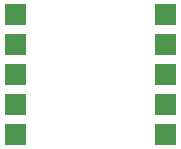
<source format=gbs>
G04 #@! TF.GenerationSoftware,KiCad,Pcbnew,5.0.2+dfsg1-1*
G04 #@! TF.CreationDate,2019-10-07T13:36:21+02:00*
G04 #@! TF.ProjectId,fl51xx-bb,666c3531-7878-42d6-9262-2e6b69636164,v1.0.0*
G04 #@! TF.SameCoordinates,Original*
G04 #@! TF.FileFunction,Soldermask,Bot*
G04 #@! TF.FilePolarity,Negative*
%FSLAX46Y46*%
G04 Gerber Fmt 4.6, Leading zero omitted, Abs format (unit mm)*
G04 Created by KiCad (PCBNEW 5.0.2+dfsg1-1) date Mon 07 Oct 2019 01:36:21 PM CEST*
%MOMM*%
%LPD*%
G01*
G04 APERTURE LIST*
%ADD10C,0.100000*%
G04 APERTURE END LIST*
D10*
G36*
X19697000Y-28587000D02*
X17895000Y-28587000D01*
X17895000Y-26785000D01*
X19697000Y-26785000D01*
X19697000Y-28587000D01*
X19697000Y-28587000D01*
G37*
G36*
X32397000Y-28587000D02*
X30595000Y-28587000D01*
X30595000Y-26785000D01*
X32397000Y-26785000D01*
X32397000Y-28587000D01*
X32397000Y-28587000D01*
G37*
G36*
X19697000Y-26047000D02*
X17895000Y-26047000D01*
X17895000Y-24245000D01*
X19697000Y-24245000D01*
X19697000Y-26047000D01*
X19697000Y-26047000D01*
G37*
G36*
X32397000Y-26047000D02*
X30595000Y-26047000D01*
X30595000Y-24245000D01*
X32397000Y-24245000D01*
X32397000Y-26047000D01*
X32397000Y-26047000D01*
G37*
G36*
X32397000Y-23507000D02*
X30595000Y-23507000D01*
X30595000Y-21705000D01*
X32397000Y-21705000D01*
X32397000Y-23507000D01*
X32397000Y-23507000D01*
G37*
G36*
X19697000Y-23507000D02*
X17895000Y-23507000D01*
X17895000Y-21705000D01*
X19697000Y-21705000D01*
X19697000Y-23507000D01*
X19697000Y-23507000D01*
G37*
G36*
X32397000Y-20967000D02*
X30595000Y-20967000D01*
X30595000Y-19165000D01*
X32397000Y-19165000D01*
X32397000Y-20967000D01*
X32397000Y-20967000D01*
G37*
G36*
X19697000Y-20967000D02*
X17895000Y-20967000D01*
X17895000Y-19165000D01*
X19697000Y-19165000D01*
X19697000Y-20967000D01*
X19697000Y-20967000D01*
G37*
G36*
X32397000Y-18427000D02*
X30595000Y-18427000D01*
X30595000Y-16625000D01*
X32397000Y-16625000D01*
X32397000Y-18427000D01*
X32397000Y-18427000D01*
G37*
G36*
X19697000Y-18427000D02*
X17895000Y-18427000D01*
X17895000Y-16625000D01*
X19697000Y-16625000D01*
X19697000Y-18427000D01*
X19697000Y-18427000D01*
G37*
M02*

</source>
